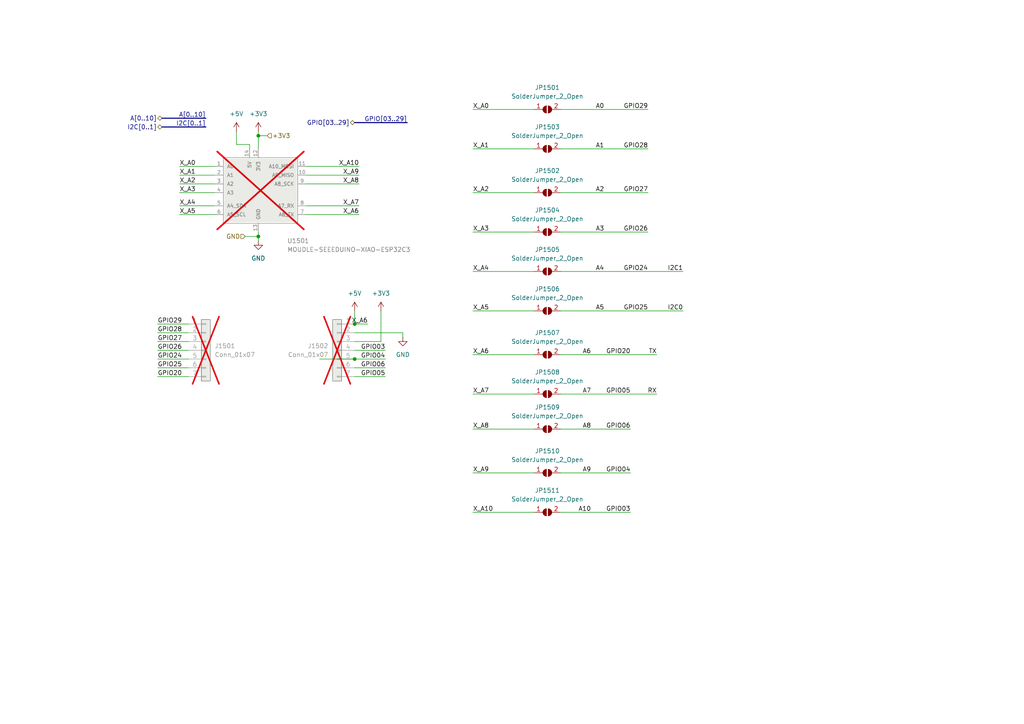
<source format=kicad_sch>
(kicad_sch (version 20231120) (generator "eeschema") (generator_version "8.0")
  (paper "A4")
  (lib_symbols
    (symbol "Connector_Generic:Conn_01x07" (pin_names (offset 1.016) hide)
      (property "Reference" "J" (at 0 10.16 0))
      (property "Value" "Conn_01x07" (at 0 -10.16 0))
      (symbol "Conn_01x07_1_1"
        (rectangle (start -1.27 -7.493) (end 0 -7.747) (stroke (width 0.1524)))
        (rectangle (start -1.27 -4.953) (end 0 -5.207) (stroke (width 0.1524)))
        (rectangle (start -1.27 -2.413) (end 0 -2.667) (stroke (width 0.1524)))
        (rectangle (start -1.27 0.127) (end 0 -0.127) (stroke (width 0.1524)))
        (rectangle (start -1.27 2.667) (end 0 2.413) (stroke (width 0.1524)))
        (rectangle (start -1.27 5.207) (end 0 4.953) (stroke (width 0.1524)))
        (rectangle (start -1.27 7.747) (end 0 7.493) (stroke (width 0.1524)))
        (rectangle (start -1.27 8.89) (end 1.27 -8.89) (stroke (width 0.254)) (fill (type background)))
        (pin passive line (at -5.08 7.62 0) (length 3.81) (name "Pin_1") (number "1"))
        (pin passive line (at -5.08 5.08 0) (length 3.81) (name "Pin_2") (number "2"))
        (pin passive line (at -5.08 2.54 0) (length 3.81) (name "Pin_3") (number "3"))
        (pin passive line (at -5.08 0 0) (length 3.81) (name "Pin_4") (number "4"))
        (pin passive line (at -5.08 -2.54 0) (length 3.81) (name "Pin_5") (number "5"))
        (pin passive line (at -5.08 -5.08 0) (length 3.81) (name "Pin_6") (number "6"))
        (pin passive line (at -5.08 -7.62 0) (length 3.81) (name "Pin_7") (number "7"))
      )
    )
    (symbol "Jumper:SolderJumper_2_Open" (pin_names (offset 0) hide)
      (property "Reference" "JP" (at 0 2.032 0))
      (property "Value" "SolderJumper_2_Open" (at 0 -2.54 0))
      (symbol "SolderJumper_2_Open_0_1"
        (arc (start -0.254 1.016) (mid -1.2656 0) (end -0.254 -1.016))
        (arc (start -0.254 1.016) (mid -1.2656 0) (end -0.254 -1.016) (fill (type outline)))
        (polyline (pts (xy -0.254 1.016) (xy -0.254 -1.016)))
        (polyline (pts (xy 0.254 1.016) (xy 0.254 -1.016)))
        (arc (start 0.254 -1.016) (mid 1.2656 0) (end 0.254 1.016))
        (arc (start 0.254 -1.016) (mid 1.2656 0) (end 0.254 1.016) (fill (type outline)))
      )
      (symbol "SolderJumper_2_Open_1_1"
        (pin passive line (at -3.81 0 0) (length 2.54) (name "A") (number "1"))
        (pin passive line (at 3.81 0 180) (length 2.54) (name "B") (number "2"))
      )
    )
    (symbol "MOUDLE-SEEEDUINO-XIAO-ESP32C3:MOUDLE-SEEEDUINO-XIAO-ESP32C3" (pin_names (offset 1.016))
      (property "Reference" "U" (at -21.59 15.24 0))
      (property "Value" "MOUDLE-SEEEDUINO-XIAO-ESP32C3" (at -21.59 12.954 0))
      (symbol "MOUDLE-SEEEDUINO-XIAO-ESP32C3_0_1"
        (rectangle (start -1.27 -5.08) (end -1.27 -5.08))
      )
      (symbol "MOUDLE-SEEEDUINO-XIAO-ESP32C3_1_0"
        (pin bidirectional line (at -24.13 10.16 0) (length 2.54) (name "A0") (number "1"))
        (pin bidirectional line (at 2.54 7.62 180) (length 2.54) (name "A9_MISO") (number "10"))
        (pin bidirectional line (at 2.54 10.16 180) (length 2.54) (name "A10_MOSI") (number "11"))
        (pin power_in line (at -11.43 15.24 270) (length 2.54) (name "3V3") (number "12"))
        (pin power_in line (at -11.43 -8.89 90) (length 2.54) (name "GND") (number "13"))
        (pin power_in line (at -13.97 15.24 270) (length 2.54) (name "5V") (number "14"))
        (pin bidirectional line (at -24.13 7.62 0) (length 2.54) (name "A1") (number "2"))
        (pin bidirectional line (at -24.13 5.08 0) (length 2.54) (name "A2") (number "3"))
        (pin bidirectional line (at -24.13 2.54 0) (length 2.54) (name "A3") (number "4"))
        (pin bidirectional line (at -24.13 -1.27 0) (length 2.54) (name "A4_SDA") (number "5"))
        (pin bidirectional line (at -24.13 -3.81 0) (length 2.54) (name "A5_SCL") (number "6"))
        (pin bidirectional line (at 2.54 -3.81 180) (length 2.54) (name "A6_TX") (number "7"))
        (pin bidirectional line (at 2.54 -1.27 180) (length 2.54) (name "A7_RX") (number "8"))
        (pin bidirectional line (at 2.54 5.08 180) (length 2.54) (name "A8_SCK") (number "9"))
      )
      (symbol "MOUDLE-SEEEDUINO-XIAO-ESP32C3_1_1"
        (rectangle (start -21.59 12.7) (end 0 -6.35) (fill (type background)))
      )
    )
    (symbol "power:+3V3" (power) (pin_names (offset 0))
      (property "Value" "+3V3" (at 0 3.556 0))
      (symbol "+3V3_0_1"
        (polyline (pts (xy -0.762 1.27) (xy 0 2.54)))
        (polyline (pts (xy 0 0) (xy 0 2.54)))
        (polyline (pts (xy 0 2.54) (xy 0.762 1.27)))
      )
      (symbol "+3V3_1_1"
        (pin power_in line (at 0 0 90) (length 0) hide (name "+3V3") (number "1"))
      )
    )
    (symbol "power:GND" (power) (pin_names (offset 0))
      (property "Value" "GND" (at 0 -3.81 0))
      (symbol "GND_0_1"
        (polyline (pts (xy 0 0) (xy 0 -1.27) (xy 1.27 -1.27) (xy 0 -2.54) (xy -1.27 -1.27) (xy 0 -1.27)))
      )
      (symbol "GND_1_1"
        (pin power_in line (at 0 0 270) (length 0) hide (name "GND") (number "1"))
      )
    )
  )
  (junction (at 74.93 68.58))
  (junction (at 102.87 93.98))
  (junction (at 74.93 39.37))
  (junction (at 102.87 104.14))
  (wire (pts (xy 116.84 96.52) (xy 102.87 96.52)))
  (wire (pts (xy 74.93 67.31) (xy 74.93 68.58)))
  (wire (pts (xy 77.47 39.37) (xy 74.93 39.37)))
  (wire (pts (xy 162.56 102.87) (xy 190.5 102.87)))
  (wire (pts (xy 45.72 101.6) (xy 54.61 101.6)))
  (wire (pts (xy 137.16 90.17) (xy 154.94 90.17)))
  (wire (pts (xy 137.16 43.18) (xy 154.94 43.18)))
  (wire (pts (xy 45.72 99.06) (xy 54.61 99.06)))
  (wire (pts (xy 137.16 114.3) (xy 154.94 114.3)))
  (wire (pts (xy 52.07 55.88) (xy 62.23 55.88)))
  (wire (pts (xy 45.72 106.68) (xy 54.61 106.68)))
  (wire (pts (xy 52.07 50.8) (xy 62.23 50.8)))
  (wire (pts (xy 137.16 148.59) (xy 154.94 148.59)))
  (wire (pts (xy 102.87 104.14) (xy 92.71 104.14)))
  (wire (pts (xy 137.16 67.31) (xy 154.94 67.31)))
  (wire (pts (xy 104.14 50.8) (xy 88.9 50.8)))
  (wire (pts (xy 68.58 41.91) (xy 72.39 41.91)))
  (wire (pts (xy 106.68 93.98) (xy 102.87 93.98)))
  (wire (pts (xy 52.07 62.23) (xy 62.23 62.23)))
  (wire (pts (xy 198.12 90.17) (xy 162.56 90.17)))
  (wire (pts (xy 110.49 90.17) (xy 110.49 99.06)))
  (wire (pts (xy 137.16 124.46) (xy 154.94 124.46)))
  (wire (pts (xy 137.16 102.87) (xy 154.94 102.87)))
  (wire (pts (xy 187.96 55.88) (xy 162.56 55.88)))
  (wire (pts (xy 45.72 109.22) (xy 54.61 109.22)))
  (wire (pts (xy 198.12 78.74) (xy 162.56 78.74)))
  (wire (pts (xy 187.96 31.75) (xy 162.56 31.75)))
  (wire (pts (xy 52.07 48.26) (xy 62.23 48.26)))
  (wire (pts (xy 74.93 69.85) (xy 74.93 68.58)))
  (bus (pts (xy 102.87 35.56) (xy 118.11 35.56)))
  (wire (pts (xy 162.56 137.16) (xy 182.88 137.16)))
  (wire (pts (xy 116.84 97.79) (xy 116.84 96.52)))
  (wire (pts (xy 162.56 148.59) (xy 182.88 148.59)))
  (wire (pts (xy 137.16 137.16) (xy 154.94 137.16)))
  (wire (pts (xy 74.93 38.1) (xy 74.93 39.37)))
  (wire (pts (xy 187.96 43.18) (xy 162.56 43.18)))
  (wire (pts (xy 104.14 62.23) (xy 88.9 62.23)))
  (wire (pts (xy 71.12 68.58) (xy 74.93 68.58)))
  (wire (pts (xy 45.72 96.52) (xy 54.61 96.52)))
  (wire (pts (xy 111.76 101.6) (xy 102.87 101.6)))
  (wire (pts (xy 102.87 90.17) (xy 102.87 93.98)))
  (wire (pts (xy 52.07 53.34) (xy 62.23 53.34)))
  (wire (pts (xy 162.56 114.3) (xy 190.5 114.3)))
  (wire (pts (xy 102.87 99.06) (xy 110.49 99.06)))
  (wire (pts (xy 137.16 78.74) (xy 154.94 78.74)))
  (wire (pts (xy 68.58 38.1) (xy 68.58 41.91)))
  (wire (pts (xy 104.14 53.34) (xy 88.9 53.34)))
  (wire (pts (xy 137.16 31.75) (xy 154.94 31.75)))
  (wire (pts (xy 102.87 104.14) (xy 111.76 104.14)))
  (wire (pts (xy 104.14 59.69) (xy 88.9 59.69)))
  (wire (pts (xy 104.14 48.26) (xy 88.9 48.26)))
  (bus (pts (xy 46.99 36.83) (xy 59.69 36.83)))
  (wire (pts (xy 74.93 39.37) (xy 74.93 43.18)))
  (wire (pts (xy 187.96 67.31) (xy 162.56 67.31)))
  (wire (pts (xy 111.76 106.68) (xy 102.87 106.68)))
  (wire (pts (xy 52.07 59.69) (xy 62.23 59.69)))
  (wire (pts (xy 162.56 124.46) (xy 182.88 124.46)))
  (wire (pts (xy 72.39 41.91) (xy 72.39 43.18)))
  (wire (pts (xy 45.72 104.14) (xy 54.61 104.14)))
  (wire (pts (xy 111.76 109.22) (xy 102.87 109.22)))
  (wire (pts (xy 137.16 55.88) (xy 154.94 55.88)))
  (bus (pts (xy 46.99 34.29) (xy 59.69 34.29)))
  (wire (pts (xy 45.72 93.98) (xy 54.61 93.98)))
  (label "GPIO24" (at 45.72 104.14 0))
  (label "GPIO05" (at 111.76 109.22 180))
  (label "GPIO29" (at 187.96 31.75 180))
  (label "X_A6" (at 104.14 62.23 180))
  (label "GPIO20" (at 45.72 109.22 0))
  (label "I2C0" (at 198.12 90.17 180))
  (label "A1" (at 175.26 43.18 180))
  (label "GPIO06" (at 111.76 106.68 180))
  (label "X_A6" (at 106.68 93.98 180))
  (label "GPIO20" (at 182.88 102.87 180))
  (label "X_A10" (at 104.14 48.26 180))
  (label "A2" (at 175.26 55.88 180))
  (label "X_A7" (at 137.16 114.3 0))
  (label "X_A5" (at 52.07 62.23 0))
  (label "GPIO04" (at 111.76 104.14 180))
  (label "I2C[0..1]" (at 59.69 36.83 180))
  (label "A5" (at 175.26 90.17 180))
  (label "GPIO03" (at 182.88 148.59 180))
  (label "X_A1" (at 52.07 50.8 0))
  (label "A[0..10]" (at 59.69 34.29 180))
  (label "GPIO25" (at 45.72 106.68 0))
  (label "RX" (at 190.5 114.3 180))
  (label "GPIO03" (at 111.76 101.6 180))
  (label "X_A3" (at 137.16 67.31 0))
  (label "GPIO25" (at 187.96 90.17 180))
  (label "GPIO06" (at 182.88 124.46 180))
  (label "GPIO28" (at 187.96 43.18 180))
  (label "A7" (at 171.45 114.3 180))
  (label "X_A8" (at 137.16 124.46 0))
  (label "X_A0" (at 52.07 48.26 0))
  (label "GPIO[03..29]" (at 118.11 35.56 180))
  (label "A10" (at 171.45 148.59 180))
  (label "X_A9" (at 137.16 137.16 0))
  (label "GPIO27" (at 187.96 55.88 180))
  (label "X_A10" (at 137.16 148.59 0))
  (label "GPIO28" (at 45.72 96.52 0))
  (label "A4" (at 175.26 78.74 180))
  (label "A8" (at 171.45 124.46 180))
  (label "X_A2" (at 137.16 55.88 0))
  (label "X_A6" (at 137.16 102.87 0))
  (label "GPIO29" (at 45.72 93.98 0))
  (label "A3" (at 175.26 67.31 180))
  (label "X_A5" (at 137.16 90.17 0))
  (label "A9" (at 171.45 137.16 180))
  (label "A6" (at 171.45 102.87 180))
  (label "I2C1" (at 198.12 78.74 180))
  (label "GPIO04" (at 182.88 137.16 180))
  (label "X_A4" (at 137.16 78.74 0))
  (label "X_A3" (at 52.07 55.88 0))
  (label "X_A0" (at 137.16 31.75 0))
  (label "X_A4" (at 52.07 59.69 0))
  (label "A0" (at 175.26 31.75 180))
  (label "GPIO27" (at 45.72 99.06 0))
  (label "X_A9" (at 104.14 50.8 180))
  (label "X_A1" (at 137.16 43.18 0))
  (label "GPIO05" (at 182.88 114.3 180))
  (label "X_A2" (at 52.07 53.34 0))
  (label "GPIO26" (at 187.96 67.31 180))
  (label "GPIO26" (at 45.72 101.6 0))
  (label "GPIO24" (at 187.96 78.74 180))
  (label "X_A7" (at 104.14 59.69 180))
  (label "TX" (at 190.5 102.87 180))
  (label "X_A8" (at 104.14 53.34 180))
  (hierarchical_label "GPIO[03..29]" (shape bidirectional) (at 102.87 35.56 180))
  (hierarchical_label "GND" (shape input) (at 71.12 68.58 180))
  (hierarchical_label "A[0..10]" (shape bidirectional) (at 46.99 34.29 180))
  (hierarchical_label "+3V3" (shape input) (at 77.47 39.37 0))
  (hierarchical_label "I2C[0..1]" (shape bidirectional) (at 46.99 36.83 180))
  (symbol (lib_id "Jumper:SolderJumper_2_Open") (at 158.75 78.74 0) (unit 1)
    (property "Reference" "JP1505" (at 158.75 72.39 0))
    (property "Value" "SolderJumper_2_Open" (at 158.75 74.93 0))
    (property "Footprint" "Jumper:SolderJumper-2_P1.3mm_Open_TrianglePad1.0x1.5mm" (effects (hide yes)))
    (property "Description" "Solder Jumper, 2-pole, open" (effects (hide yes)))
  )
  (symbol (lib_id "Jumper:SolderJumper_2_Open") (at 158.75 31.75 0) (unit 1)
    (property "Reference" "JP1501" (at 158.75 25.4 0))
    (property "Value" "SolderJumper_2_Open" (at 158.75 27.94 0))
    (property "Footprint" "Jumper:SolderJumper-2_P1.3mm_Open_TrianglePad1.0x1.5mm" (effects (hide yes)))
    (property "Description" "Solder Jumper, 2-pole, open" (effects (hide yes)))
  )
  (symbol (lib_id "Jumper:SolderJumper_2_Open") (at 158.75 137.16 0) (unit 1)
    (property "Reference" "JP1510" (at 158.75 130.81 0))
    (property "Value" "SolderJumper_2_Open" (at 158.75 133.35 0))
    (property "Footprint" "Jumper:SolderJumper-2_P1.3mm_Open_TrianglePad1.0x1.5mm" (effects (hide yes)))
    (property "Description" "Solder Jumper, 2-pole, open" (effects (hide yes)))
  )
  (symbol (lib_id "Connector_Generic:Conn_01x07") (at 97.79 101.6 0) (mirror y) (unit 1) (in_bom no) (dnp yes)
    (property "Reference" "J1502" (at 95.25 100.3299 0) (effects (justify left)))
    (property "Value" "Conn_01x07" (at 95.25 102.8699 0) (effects (justify left)))
    (property "Footprint" "Connector_PinSocket_2.54mm:PinSocket_1x07_P2.54mm_Vertical" (effects (hide yes)))
    (property "Description" "Generic connector, single row, 01x07, script generated (kicad-library-utils/schlib/autogen/connector/)" (effects (hide yes)))
  )
  (symbol (lib_id "power:+3V3") (at 68.58 38.1 0) (unit 1)
    (property "Reference" "#PWR01501" (effects (hide yes)))
    (property "Value" "+5V" (at 68.58 33.02 0))
    (property "Description" "Power symbol creates a global label with name \"+3V3\"" (effects (hide yes)))
  )
  (symbol (lib_id "Jumper:SolderJumper_2_Open") (at 158.75 148.59 0) (unit 1)
    (property "Reference" "JP1511" (at 158.75 142.24 0))
    (property "Value" "SolderJumper_2_Open" (at 158.75 144.78 0))
    (property "Footprint" "Jumper:SolderJumper-2_P1.3mm_Open_TrianglePad1.0x1.5mm" (effects (hide yes)))
    (property "Description" "Solder Jumper, 2-pole, open" (effects (hide yes)))
  )
  (symbol (lib_id "Jumper:SolderJumper_2_Open") (at 158.75 102.87 0) (unit 1)
    (property "Reference" "JP1507" (at 158.75 96.52 0))
    (property "Value" "SolderJumper_2_Open" (at 158.75 99.06 0))
    (property "Footprint" "Jumper:SolderJumper-2_P1.3mm_Open_TrianglePad1.0x1.5mm" (effects (hide yes)))
    (property "Description" "Solder Jumper, 2-pole, open" (effects (hide yes)))
  )
  (symbol (lib_id "Jumper:SolderJumper_2_Open") (at 158.75 90.17 0) (unit 1)
    (property "Reference" "JP1506" (at 158.75 83.82 0))
    (property "Value" "SolderJumper_2_Open" (at 158.75 86.36 0))
    (property "Footprint" "Jumper:SolderJumper-2_P1.3mm_Open_TrianglePad1.0x1.5mm" (effects (hide yes)))
    (property "Description" "Solder Jumper, 2-pole, open" (effects (hide yes)))
  )
  (symbol (lib_id "power:GND") (at 74.93 69.85 0) (unit 1)
    (property "Reference" "#PWR01503" (effects (hide yes)))
    (property "Value" "GND" (at 74.93 74.93 0))
    (property "Description" "Power symbol creates a global label with name \"GND\" , ground" (effects (hide yes)))
  )
  (symbol (lib_id "Jumper:SolderJumper_2_Open") (at 158.75 67.31 0) (unit 1)
    (property "Reference" "JP1504" (at 158.75 60.96 0))
    (property "Value" "SolderJumper_2_Open" (at 158.75 63.5 0))
    (property "Footprint" "Jumper:SolderJumper-2_P1.3mm_Open_TrianglePad1.0x1.5mm" (effects (hide yes)))
    (property "Description" "Solder Jumper, 2-pole, open" (effects (hide yes)))
  )
  (symbol (lib_id "power:+3V3") (at 74.93 38.1 0) (unit 1)
    (property "Reference" "#PWR01502" (effects (hide yes)))
    (property "Value" "+3V3" (at 74.93 33.02 0))
    (property "Description" "Power symbol creates a global label with name \"+3V3\"" (effects (hide yes)))
  )
  (symbol (lib_id "power:GND") (at 116.84 97.79 0) (mirror y) (unit 1)
    (property "Reference" "#PWR01506" (effects (hide yes)))
    (property "Value" "GND" (at 116.84 102.87 0))
    (property "Description" "Power symbol creates a global label with name \"GND\" , ground" (effects (hide yes)))
  )
  (symbol (lib_id "power:+3V3") (at 102.87 90.17 0) (mirror y) (unit 1)
    (property "Reference" "#PWR01504" (effects (hide yes)))
    (property "Value" "+5V" (at 102.87 85.09 0))
    (property "Description" "Power symbol creates a global label with name \"+3V3\"" (effects (hide yes)))
  )
  (symbol (lib_id "MOUDLE-SEEEDUINO-XIAO-ESP32C3:MOUDLE-SEEEDUINO-XIAO-ESP32C3") (at 86.36 58.42 0) (unit 1) (in_bom no) (dnp yes)
    (property "Reference" "U1501" (at 83.2994 69.85 0) (effects (justify left)))
    (property "Value" "MOUDLE-SEEEDUINO-XIAO-ESP32C3" (at 83.2994 72.39 0) (effects (justify left)))
    (property "Footprint" "xiao ESP32C3_PCB:MOUDLE14P-SMD-2.54-21X17.8MM" (effects (hide yes)))
  )
  (symbol (lib_id "Jumper:SolderJumper_2_Open") (at 158.75 43.18 0) (unit 1)
    (property "Reference" "JP1503" (at 158.75 36.83 0))
    (property "Value" "SolderJumper_2_Open" (at 158.75 39.37 0))
    (property "Footprint" "Jumper:SolderJumper-2_P1.3mm_Open_TrianglePad1.0x1.5mm" (effects (hide yes)))
    (property "Description" "Solder Jumper, 2-pole, open" (effects (hide yes)))
  )
  (symbol (lib_id "power:+3V3") (at 110.49 90.17 0) (mirror y) (unit 1)
    (property "Reference" "#PWR01505" (effects (hide yes)))
    (property "Value" "+3V3" (at 110.49 85.09 0))
    (property "Description" "Power symbol creates a global label with name \"+3V3\"" (effects (hide yes)))
  )
  (symbol (lib_id "Connector_Generic:Conn_01x07") (at 59.69 101.6 0) (unit 1) (in_bom no) (dnp yes)
    (property "Reference" "J1501" (at 62.23 100.3299 0) (effects (justify left)))
    (property "Value" "Conn_01x07" (at 62.23 102.8699 0) (effects (justify left)))
    (property "Footprint" "Connector_PinSocket_2.54mm:PinSocket_1x07_P2.54mm_Vertical" (effects (hide yes)))
    (property "Description" "Generic connector, single row, 01x07, script generated (kicad-library-utils/schlib/autogen/connector/)" (effects (hide yes)))
  )
  (symbol (lib_id "Jumper:SolderJumper_2_Open") (at 158.75 124.46 0) (unit 1)
    (property "Reference" "JP1509" (at 158.75 118.11 0))
    (property "Value" "SolderJumper_2_Open" (at 158.75 120.65 0))
    (property "Footprint" "Jumper:SolderJumper-2_P1.3mm_Open_TrianglePad1.0x1.5mm" (effects (hide yes)))
    (property "Description" "Solder Jumper, 2-pole, open" (effects (hide yes)))
  )
  (symbol (lib_id "Jumper:SolderJumper_2_Open") (at 158.75 55.88 0) (unit 1)
    (property "Reference" "JP1502" (at 158.75 49.53 0))
    (property "Value" "SolderJumper_2_Open" (at 158.75 52.07 0))
    (property "Footprint" "Jumper:SolderJumper-2_P1.3mm_Open_TrianglePad1.0x1.5mm" (effects (hide yes)))
    (property "Description" "Solder Jumper, 2-pole, open" (effects (hide yes)))
  )
  (symbol (lib_id "Jumper:SolderJumper_2_Open") (at 158.75 114.3 0) (unit 1)
    (property "Reference" "JP1508" (at 158.75 107.95 0))
    (property "Value" "SolderJumper_2_Open" (at 158.75 110.49 0))
    (property "Footprint" "Jumper:SolderJumper-2_P1.3mm_Open_TrianglePad1.0x1.5mm" (effects (hide yes)))
    (property "Description" "Solder Jumper, 2-pole, open" (effects (hide yes)))
  )
)
</source>
